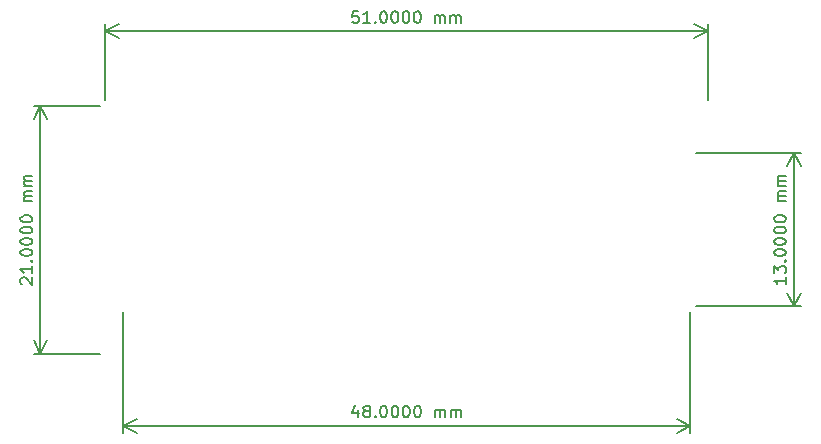
<source format=gbr>
%TF.GenerationSoftware,KiCad,Pcbnew,8.0.4*%
%TF.CreationDate,2024-08-30T02:08:09+05:30*%
%TF.ProjectId,Mitayi-Pico-RP2040,4d697461-7969-42d5-9069-636f2d525032,0.6*%
%TF.SameCoordinates,PX73df160PY5f2d3c0*%
%TF.FileFunction,OtherDrawing,Comment*%
%FSLAX46Y46*%
G04 Gerber Fmt 4.6, Leading zero omitted, Abs format (unit mm)*
G04 Created by KiCad (PCBNEW 8.0.4) date 2024-08-30 02:08:09*
%MOMM*%
%LPD*%
G01*
G04 APERTURE LIST*
%ADD10C,0.150000*%
G04 APERTURE END LIST*
D10*
X57604819Y6452382D02*
X57604819Y5880954D01*
X57604819Y6166668D02*
X56604819Y6166668D01*
X56604819Y6166668D02*
X56747676Y6071430D01*
X56747676Y6071430D02*
X56842914Y5976192D01*
X56842914Y5976192D02*
X56890533Y5880954D01*
X56604819Y6785716D02*
X56604819Y7404763D01*
X56604819Y7404763D02*
X56985771Y7071430D01*
X56985771Y7071430D02*
X56985771Y7214287D01*
X56985771Y7214287D02*
X57033390Y7309525D01*
X57033390Y7309525D02*
X57081009Y7357144D01*
X57081009Y7357144D02*
X57176247Y7404763D01*
X57176247Y7404763D02*
X57414342Y7404763D01*
X57414342Y7404763D02*
X57509580Y7357144D01*
X57509580Y7357144D02*
X57557200Y7309525D01*
X57557200Y7309525D02*
X57604819Y7214287D01*
X57604819Y7214287D02*
X57604819Y6928573D01*
X57604819Y6928573D02*
X57557200Y6833335D01*
X57557200Y6833335D02*
X57509580Y6785716D01*
X57509580Y7833335D02*
X57557200Y7880954D01*
X57557200Y7880954D02*
X57604819Y7833335D01*
X57604819Y7833335D02*
X57557200Y7785716D01*
X57557200Y7785716D02*
X57509580Y7833335D01*
X57509580Y7833335D02*
X57604819Y7833335D01*
X56604819Y8500001D02*
X56604819Y8595239D01*
X56604819Y8595239D02*
X56652438Y8690477D01*
X56652438Y8690477D02*
X56700057Y8738096D01*
X56700057Y8738096D02*
X56795295Y8785715D01*
X56795295Y8785715D02*
X56985771Y8833334D01*
X56985771Y8833334D02*
X57223866Y8833334D01*
X57223866Y8833334D02*
X57414342Y8785715D01*
X57414342Y8785715D02*
X57509580Y8738096D01*
X57509580Y8738096D02*
X57557200Y8690477D01*
X57557200Y8690477D02*
X57604819Y8595239D01*
X57604819Y8595239D02*
X57604819Y8500001D01*
X57604819Y8500001D02*
X57557200Y8404763D01*
X57557200Y8404763D02*
X57509580Y8357144D01*
X57509580Y8357144D02*
X57414342Y8309525D01*
X57414342Y8309525D02*
X57223866Y8261906D01*
X57223866Y8261906D02*
X56985771Y8261906D01*
X56985771Y8261906D02*
X56795295Y8309525D01*
X56795295Y8309525D02*
X56700057Y8357144D01*
X56700057Y8357144D02*
X56652438Y8404763D01*
X56652438Y8404763D02*
X56604819Y8500001D01*
X56604819Y9452382D02*
X56604819Y9547620D01*
X56604819Y9547620D02*
X56652438Y9642858D01*
X56652438Y9642858D02*
X56700057Y9690477D01*
X56700057Y9690477D02*
X56795295Y9738096D01*
X56795295Y9738096D02*
X56985771Y9785715D01*
X56985771Y9785715D02*
X57223866Y9785715D01*
X57223866Y9785715D02*
X57414342Y9738096D01*
X57414342Y9738096D02*
X57509580Y9690477D01*
X57509580Y9690477D02*
X57557200Y9642858D01*
X57557200Y9642858D02*
X57604819Y9547620D01*
X57604819Y9547620D02*
X57604819Y9452382D01*
X57604819Y9452382D02*
X57557200Y9357144D01*
X57557200Y9357144D02*
X57509580Y9309525D01*
X57509580Y9309525D02*
X57414342Y9261906D01*
X57414342Y9261906D02*
X57223866Y9214287D01*
X57223866Y9214287D02*
X56985771Y9214287D01*
X56985771Y9214287D02*
X56795295Y9261906D01*
X56795295Y9261906D02*
X56700057Y9309525D01*
X56700057Y9309525D02*
X56652438Y9357144D01*
X56652438Y9357144D02*
X56604819Y9452382D01*
X56604819Y10404763D02*
X56604819Y10500001D01*
X56604819Y10500001D02*
X56652438Y10595239D01*
X56652438Y10595239D02*
X56700057Y10642858D01*
X56700057Y10642858D02*
X56795295Y10690477D01*
X56795295Y10690477D02*
X56985771Y10738096D01*
X56985771Y10738096D02*
X57223866Y10738096D01*
X57223866Y10738096D02*
X57414342Y10690477D01*
X57414342Y10690477D02*
X57509580Y10642858D01*
X57509580Y10642858D02*
X57557200Y10595239D01*
X57557200Y10595239D02*
X57604819Y10500001D01*
X57604819Y10500001D02*
X57604819Y10404763D01*
X57604819Y10404763D02*
X57557200Y10309525D01*
X57557200Y10309525D02*
X57509580Y10261906D01*
X57509580Y10261906D02*
X57414342Y10214287D01*
X57414342Y10214287D02*
X57223866Y10166668D01*
X57223866Y10166668D02*
X56985771Y10166668D01*
X56985771Y10166668D02*
X56795295Y10214287D01*
X56795295Y10214287D02*
X56700057Y10261906D01*
X56700057Y10261906D02*
X56652438Y10309525D01*
X56652438Y10309525D02*
X56604819Y10404763D01*
X56604819Y11357144D02*
X56604819Y11452382D01*
X56604819Y11452382D02*
X56652438Y11547620D01*
X56652438Y11547620D02*
X56700057Y11595239D01*
X56700057Y11595239D02*
X56795295Y11642858D01*
X56795295Y11642858D02*
X56985771Y11690477D01*
X56985771Y11690477D02*
X57223866Y11690477D01*
X57223866Y11690477D02*
X57414342Y11642858D01*
X57414342Y11642858D02*
X57509580Y11595239D01*
X57509580Y11595239D02*
X57557200Y11547620D01*
X57557200Y11547620D02*
X57604819Y11452382D01*
X57604819Y11452382D02*
X57604819Y11357144D01*
X57604819Y11357144D02*
X57557200Y11261906D01*
X57557200Y11261906D02*
X57509580Y11214287D01*
X57509580Y11214287D02*
X57414342Y11166668D01*
X57414342Y11166668D02*
X57223866Y11119049D01*
X57223866Y11119049D02*
X56985771Y11119049D01*
X56985771Y11119049D02*
X56795295Y11166668D01*
X56795295Y11166668D02*
X56700057Y11214287D01*
X56700057Y11214287D02*
X56652438Y11261906D01*
X56652438Y11261906D02*
X56604819Y11357144D01*
X57604819Y12880954D02*
X56938152Y12880954D01*
X57033390Y12880954D02*
X56985771Y12928573D01*
X56985771Y12928573D02*
X56938152Y13023811D01*
X56938152Y13023811D02*
X56938152Y13166668D01*
X56938152Y13166668D02*
X56985771Y13261906D01*
X56985771Y13261906D02*
X57081009Y13309525D01*
X57081009Y13309525D02*
X57604819Y13309525D01*
X57081009Y13309525D02*
X56985771Y13357144D01*
X56985771Y13357144D02*
X56938152Y13452382D01*
X56938152Y13452382D02*
X56938152Y13595239D01*
X56938152Y13595239D02*
X56985771Y13690478D01*
X56985771Y13690478D02*
X57081009Y13738097D01*
X57081009Y13738097D02*
X57604819Y13738097D01*
X57604819Y14214287D02*
X56938152Y14214287D01*
X57033390Y14214287D02*
X56985771Y14261906D01*
X56985771Y14261906D02*
X56938152Y14357144D01*
X56938152Y14357144D02*
X56938152Y14500001D01*
X56938152Y14500001D02*
X56985771Y14595239D01*
X56985771Y14595239D02*
X57081009Y14642858D01*
X57081009Y14642858D02*
X57604819Y14642858D01*
X57081009Y14642858D02*
X56985771Y14690477D01*
X56985771Y14690477D02*
X56938152Y14785715D01*
X56938152Y14785715D02*
X56938152Y14928572D01*
X56938152Y14928572D02*
X56985771Y15023811D01*
X56985771Y15023811D02*
X57081009Y15071430D01*
X57081009Y15071430D02*
X57604819Y15071430D01*
X50010000Y4000000D02*
X58886420Y4000000D01*
X50010000Y17000000D02*
X58886420Y17000000D01*
X58300000Y4000000D02*
X58300000Y17000000D01*
X58300000Y4000000D02*
X58300000Y17000000D01*
X58300000Y4000000D02*
X57713579Y5126504D01*
X58300000Y4000000D02*
X58886421Y5126504D01*
X58300000Y17000000D02*
X58886421Y15873496D01*
X58300000Y17000000D02*
X57713579Y15873496D01*
X-7099943Y5880954D02*
X-7147562Y5928573D01*
X-7147562Y5928573D02*
X-7195181Y6023811D01*
X-7195181Y6023811D02*
X-7195181Y6261906D01*
X-7195181Y6261906D02*
X-7147562Y6357144D01*
X-7147562Y6357144D02*
X-7099943Y6404763D01*
X-7099943Y6404763D02*
X-7004705Y6452382D01*
X-7004705Y6452382D02*
X-6909467Y6452382D01*
X-6909467Y6452382D02*
X-6766610Y6404763D01*
X-6766610Y6404763D02*
X-6195181Y5833335D01*
X-6195181Y5833335D02*
X-6195181Y6452382D01*
X-6195181Y7404763D02*
X-6195181Y6833335D01*
X-6195181Y7119049D02*
X-7195181Y7119049D01*
X-7195181Y7119049D02*
X-7052324Y7023811D01*
X-7052324Y7023811D02*
X-6957086Y6928573D01*
X-6957086Y6928573D02*
X-6909467Y6833335D01*
X-6290420Y7833335D02*
X-6242800Y7880954D01*
X-6242800Y7880954D02*
X-6195181Y7833335D01*
X-6195181Y7833335D02*
X-6242800Y7785716D01*
X-6242800Y7785716D02*
X-6290420Y7833335D01*
X-6290420Y7833335D02*
X-6195181Y7833335D01*
X-7195181Y8500001D02*
X-7195181Y8595239D01*
X-7195181Y8595239D02*
X-7147562Y8690477D01*
X-7147562Y8690477D02*
X-7099943Y8738096D01*
X-7099943Y8738096D02*
X-7004705Y8785715D01*
X-7004705Y8785715D02*
X-6814229Y8833334D01*
X-6814229Y8833334D02*
X-6576134Y8833334D01*
X-6576134Y8833334D02*
X-6385658Y8785715D01*
X-6385658Y8785715D02*
X-6290420Y8738096D01*
X-6290420Y8738096D02*
X-6242800Y8690477D01*
X-6242800Y8690477D02*
X-6195181Y8595239D01*
X-6195181Y8595239D02*
X-6195181Y8500001D01*
X-6195181Y8500001D02*
X-6242800Y8404763D01*
X-6242800Y8404763D02*
X-6290420Y8357144D01*
X-6290420Y8357144D02*
X-6385658Y8309525D01*
X-6385658Y8309525D02*
X-6576134Y8261906D01*
X-6576134Y8261906D02*
X-6814229Y8261906D01*
X-6814229Y8261906D02*
X-7004705Y8309525D01*
X-7004705Y8309525D02*
X-7099943Y8357144D01*
X-7099943Y8357144D02*
X-7147562Y8404763D01*
X-7147562Y8404763D02*
X-7195181Y8500001D01*
X-7195181Y9452382D02*
X-7195181Y9547620D01*
X-7195181Y9547620D02*
X-7147562Y9642858D01*
X-7147562Y9642858D02*
X-7099943Y9690477D01*
X-7099943Y9690477D02*
X-7004705Y9738096D01*
X-7004705Y9738096D02*
X-6814229Y9785715D01*
X-6814229Y9785715D02*
X-6576134Y9785715D01*
X-6576134Y9785715D02*
X-6385658Y9738096D01*
X-6385658Y9738096D02*
X-6290420Y9690477D01*
X-6290420Y9690477D02*
X-6242800Y9642858D01*
X-6242800Y9642858D02*
X-6195181Y9547620D01*
X-6195181Y9547620D02*
X-6195181Y9452382D01*
X-6195181Y9452382D02*
X-6242800Y9357144D01*
X-6242800Y9357144D02*
X-6290420Y9309525D01*
X-6290420Y9309525D02*
X-6385658Y9261906D01*
X-6385658Y9261906D02*
X-6576134Y9214287D01*
X-6576134Y9214287D02*
X-6814229Y9214287D01*
X-6814229Y9214287D02*
X-7004705Y9261906D01*
X-7004705Y9261906D02*
X-7099943Y9309525D01*
X-7099943Y9309525D02*
X-7147562Y9357144D01*
X-7147562Y9357144D02*
X-7195181Y9452382D01*
X-7195181Y10404763D02*
X-7195181Y10500001D01*
X-7195181Y10500001D02*
X-7147562Y10595239D01*
X-7147562Y10595239D02*
X-7099943Y10642858D01*
X-7099943Y10642858D02*
X-7004705Y10690477D01*
X-7004705Y10690477D02*
X-6814229Y10738096D01*
X-6814229Y10738096D02*
X-6576134Y10738096D01*
X-6576134Y10738096D02*
X-6385658Y10690477D01*
X-6385658Y10690477D02*
X-6290420Y10642858D01*
X-6290420Y10642858D02*
X-6242800Y10595239D01*
X-6242800Y10595239D02*
X-6195181Y10500001D01*
X-6195181Y10500001D02*
X-6195181Y10404763D01*
X-6195181Y10404763D02*
X-6242800Y10309525D01*
X-6242800Y10309525D02*
X-6290420Y10261906D01*
X-6290420Y10261906D02*
X-6385658Y10214287D01*
X-6385658Y10214287D02*
X-6576134Y10166668D01*
X-6576134Y10166668D02*
X-6814229Y10166668D01*
X-6814229Y10166668D02*
X-7004705Y10214287D01*
X-7004705Y10214287D02*
X-7099943Y10261906D01*
X-7099943Y10261906D02*
X-7147562Y10309525D01*
X-7147562Y10309525D02*
X-7195181Y10404763D01*
X-7195181Y11357144D02*
X-7195181Y11452382D01*
X-7195181Y11452382D02*
X-7147562Y11547620D01*
X-7147562Y11547620D02*
X-7099943Y11595239D01*
X-7099943Y11595239D02*
X-7004705Y11642858D01*
X-7004705Y11642858D02*
X-6814229Y11690477D01*
X-6814229Y11690477D02*
X-6576134Y11690477D01*
X-6576134Y11690477D02*
X-6385658Y11642858D01*
X-6385658Y11642858D02*
X-6290420Y11595239D01*
X-6290420Y11595239D02*
X-6242800Y11547620D01*
X-6242800Y11547620D02*
X-6195181Y11452382D01*
X-6195181Y11452382D02*
X-6195181Y11357144D01*
X-6195181Y11357144D02*
X-6242800Y11261906D01*
X-6242800Y11261906D02*
X-6290420Y11214287D01*
X-6290420Y11214287D02*
X-6385658Y11166668D01*
X-6385658Y11166668D02*
X-6576134Y11119049D01*
X-6576134Y11119049D02*
X-6814229Y11119049D01*
X-6814229Y11119049D02*
X-7004705Y11166668D01*
X-7004705Y11166668D02*
X-7099943Y11214287D01*
X-7099943Y11214287D02*
X-7147562Y11261906D01*
X-7147562Y11261906D02*
X-7195181Y11357144D01*
X-6195181Y12880954D02*
X-6861848Y12880954D01*
X-6766610Y12880954D02*
X-6814229Y12928573D01*
X-6814229Y12928573D02*
X-6861848Y13023811D01*
X-6861848Y13023811D02*
X-6861848Y13166668D01*
X-6861848Y13166668D02*
X-6814229Y13261906D01*
X-6814229Y13261906D02*
X-6718991Y13309525D01*
X-6718991Y13309525D02*
X-6195181Y13309525D01*
X-6718991Y13309525D02*
X-6814229Y13357144D01*
X-6814229Y13357144D02*
X-6861848Y13452382D01*
X-6861848Y13452382D02*
X-6861848Y13595239D01*
X-6861848Y13595239D02*
X-6814229Y13690478D01*
X-6814229Y13690478D02*
X-6718991Y13738097D01*
X-6718991Y13738097D02*
X-6195181Y13738097D01*
X-6195181Y14214287D02*
X-6861848Y14214287D01*
X-6766610Y14214287D02*
X-6814229Y14261906D01*
X-6814229Y14261906D02*
X-6861848Y14357144D01*
X-6861848Y14357144D02*
X-6861848Y14500001D01*
X-6861848Y14500001D02*
X-6814229Y14595239D01*
X-6814229Y14595239D02*
X-6718991Y14642858D01*
X-6718991Y14642858D02*
X-6195181Y14642858D01*
X-6718991Y14642858D02*
X-6814229Y14690477D01*
X-6814229Y14690477D02*
X-6861848Y14785715D01*
X-6861848Y14785715D02*
X-6861848Y14928572D01*
X-6861848Y14928572D02*
X-6814229Y15023811D01*
X-6814229Y15023811D02*
X-6718991Y15071430D01*
X-6718991Y15071430D02*
X-6195181Y15071430D01*
X-500000Y0D02*
X-6086420Y0D01*
X-500000Y21000000D02*
X-6086420Y21000000D01*
X-5500000Y0D02*
X-5500000Y21000000D01*
X-5500000Y0D02*
X-5500000Y21000000D01*
X-5500000Y0D02*
X-6086421Y1126504D01*
X-5500000Y0D02*
X-4913579Y1126504D01*
X-5500000Y21000000D02*
X-4913579Y19873496D01*
X-5500000Y21000000D02*
X-6086421Y19873496D01*
X21404762Y28995181D02*
X20928572Y28995181D01*
X20928572Y28995181D02*
X20880953Y28518991D01*
X20880953Y28518991D02*
X20928572Y28566610D01*
X20928572Y28566610D02*
X21023810Y28614229D01*
X21023810Y28614229D02*
X21261905Y28614229D01*
X21261905Y28614229D02*
X21357143Y28566610D01*
X21357143Y28566610D02*
X21404762Y28518991D01*
X21404762Y28518991D02*
X21452381Y28423753D01*
X21452381Y28423753D02*
X21452381Y28185658D01*
X21452381Y28185658D02*
X21404762Y28090420D01*
X21404762Y28090420D02*
X21357143Y28042800D01*
X21357143Y28042800D02*
X21261905Y27995181D01*
X21261905Y27995181D02*
X21023810Y27995181D01*
X21023810Y27995181D02*
X20928572Y28042800D01*
X20928572Y28042800D02*
X20880953Y28090420D01*
X22404762Y27995181D02*
X21833334Y27995181D01*
X22119048Y27995181D02*
X22119048Y28995181D01*
X22119048Y28995181D02*
X22023810Y28852324D01*
X22023810Y28852324D02*
X21928572Y28757086D01*
X21928572Y28757086D02*
X21833334Y28709467D01*
X22833334Y28090420D02*
X22880953Y28042800D01*
X22880953Y28042800D02*
X22833334Y27995181D01*
X22833334Y27995181D02*
X22785715Y28042800D01*
X22785715Y28042800D02*
X22833334Y28090420D01*
X22833334Y28090420D02*
X22833334Y27995181D01*
X23500000Y28995181D02*
X23595238Y28995181D01*
X23595238Y28995181D02*
X23690476Y28947562D01*
X23690476Y28947562D02*
X23738095Y28899943D01*
X23738095Y28899943D02*
X23785714Y28804705D01*
X23785714Y28804705D02*
X23833333Y28614229D01*
X23833333Y28614229D02*
X23833333Y28376134D01*
X23833333Y28376134D02*
X23785714Y28185658D01*
X23785714Y28185658D02*
X23738095Y28090420D01*
X23738095Y28090420D02*
X23690476Y28042800D01*
X23690476Y28042800D02*
X23595238Y27995181D01*
X23595238Y27995181D02*
X23500000Y27995181D01*
X23500000Y27995181D02*
X23404762Y28042800D01*
X23404762Y28042800D02*
X23357143Y28090420D01*
X23357143Y28090420D02*
X23309524Y28185658D01*
X23309524Y28185658D02*
X23261905Y28376134D01*
X23261905Y28376134D02*
X23261905Y28614229D01*
X23261905Y28614229D02*
X23309524Y28804705D01*
X23309524Y28804705D02*
X23357143Y28899943D01*
X23357143Y28899943D02*
X23404762Y28947562D01*
X23404762Y28947562D02*
X23500000Y28995181D01*
X24452381Y28995181D02*
X24547619Y28995181D01*
X24547619Y28995181D02*
X24642857Y28947562D01*
X24642857Y28947562D02*
X24690476Y28899943D01*
X24690476Y28899943D02*
X24738095Y28804705D01*
X24738095Y28804705D02*
X24785714Y28614229D01*
X24785714Y28614229D02*
X24785714Y28376134D01*
X24785714Y28376134D02*
X24738095Y28185658D01*
X24738095Y28185658D02*
X24690476Y28090420D01*
X24690476Y28090420D02*
X24642857Y28042800D01*
X24642857Y28042800D02*
X24547619Y27995181D01*
X24547619Y27995181D02*
X24452381Y27995181D01*
X24452381Y27995181D02*
X24357143Y28042800D01*
X24357143Y28042800D02*
X24309524Y28090420D01*
X24309524Y28090420D02*
X24261905Y28185658D01*
X24261905Y28185658D02*
X24214286Y28376134D01*
X24214286Y28376134D02*
X24214286Y28614229D01*
X24214286Y28614229D02*
X24261905Y28804705D01*
X24261905Y28804705D02*
X24309524Y28899943D01*
X24309524Y28899943D02*
X24357143Y28947562D01*
X24357143Y28947562D02*
X24452381Y28995181D01*
X25404762Y28995181D02*
X25500000Y28995181D01*
X25500000Y28995181D02*
X25595238Y28947562D01*
X25595238Y28947562D02*
X25642857Y28899943D01*
X25642857Y28899943D02*
X25690476Y28804705D01*
X25690476Y28804705D02*
X25738095Y28614229D01*
X25738095Y28614229D02*
X25738095Y28376134D01*
X25738095Y28376134D02*
X25690476Y28185658D01*
X25690476Y28185658D02*
X25642857Y28090420D01*
X25642857Y28090420D02*
X25595238Y28042800D01*
X25595238Y28042800D02*
X25500000Y27995181D01*
X25500000Y27995181D02*
X25404762Y27995181D01*
X25404762Y27995181D02*
X25309524Y28042800D01*
X25309524Y28042800D02*
X25261905Y28090420D01*
X25261905Y28090420D02*
X25214286Y28185658D01*
X25214286Y28185658D02*
X25166667Y28376134D01*
X25166667Y28376134D02*
X25166667Y28614229D01*
X25166667Y28614229D02*
X25214286Y28804705D01*
X25214286Y28804705D02*
X25261905Y28899943D01*
X25261905Y28899943D02*
X25309524Y28947562D01*
X25309524Y28947562D02*
X25404762Y28995181D01*
X26357143Y28995181D02*
X26452381Y28995181D01*
X26452381Y28995181D02*
X26547619Y28947562D01*
X26547619Y28947562D02*
X26595238Y28899943D01*
X26595238Y28899943D02*
X26642857Y28804705D01*
X26642857Y28804705D02*
X26690476Y28614229D01*
X26690476Y28614229D02*
X26690476Y28376134D01*
X26690476Y28376134D02*
X26642857Y28185658D01*
X26642857Y28185658D02*
X26595238Y28090420D01*
X26595238Y28090420D02*
X26547619Y28042800D01*
X26547619Y28042800D02*
X26452381Y27995181D01*
X26452381Y27995181D02*
X26357143Y27995181D01*
X26357143Y27995181D02*
X26261905Y28042800D01*
X26261905Y28042800D02*
X26214286Y28090420D01*
X26214286Y28090420D02*
X26166667Y28185658D01*
X26166667Y28185658D02*
X26119048Y28376134D01*
X26119048Y28376134D02*
X26119048Y28614229D01*
X26119048Y28614229D02*
X26166667Y28804705D01*
X26166667Y28804705D02*
X26214286Y28899943D01*
X26214286Y28899943D02*
X26261905Y28947562D01*
X26261905Y28947562D02*
X26357143Y28995181D01*
X27880953Y27995181D02*
X27880953Y28661848D01*
X27880953Y28566610D02*
X27928572Y28614229D01*
X27928572Y28614229D02*
X28023810Y28661848D01*
X28023810Y28661848D02*
X28166667Y28661848D01*
X28166667Y28661848D02*
X28261905Y28614229D01*
X28261905Y28614229D02*
X28309524Y28518991D01*
X28309524Y28518991D02*
X28309524Y27995181D01*
X28309524Y28518991D02*
X28357143Y28614229D01*
X28357143Y28614229D02*
X28452381Y28661848D01*
X28452381Y28661848D02*
X28595238Y28661848D01*
X28595238Y28661848D02*
X28690477Y28614229D01*
X28690477Y28614229D02*
X28738096Y28518991D01*
X28738096Y28518991D02*
X28738096Y27995181D01*
X29214286Y27995181D02*
X29214286Y28661848D01*
X29214286Y28566610D02*
X29261905Y28614229D01*
X29261905Y28614229D02*
X29357143Y28661848D01*
X29357143Y28661848D02*
X29500000Y28661848D01*
X29500000Y28661848D02*
X29595238Y28614229D01*
X29595238Y28614229D02*
X29642857Y28518991D01*
X29642857Y28518991D02*
X29642857Y27995181D01*
X29642857Y28518991D02*
X29690476Y28614229D01*
X29690476Y28614229D02*
X29785714Y28661848D01*
X29785714Y28661848D02*
X29928571Y28661848D01*
X29928571Y28661848D02*
X30023810Y28614229D01*
X30023810Y28614229D02*
X30071429Y28518991D01*
X30071429Y28518991D02*
X30071429Y27995181D01*
X0Y21500000D02*
X0Y27886420D01*
X51000000Y21500000D02*
X51000000Y27886420D01*
X0Y27300000D02*
X51000000Y27300000D01*
X0Y27300000D02*
X51000000Y27300000D01*
X0Y27300000D02*
X1126504Y27886421D01*
X0Y27300000D02*
X1126504Y26713579D01*
X51000000Y27300000D02*
X49873496Y26713579D01*
X51000000Y27300000D02*
X49873496Y27886421D01*
X21367143Y-4738152D02*
X21367143Y-5404819D01*
X21129048Y-4357200D02*
X20890953Y-5071485D01*
X20890953Y-5071485D02*
X21510000Y-5071485D01*
X22033810Y-4833390D02*
X21938572Y-4785771D01*
X21938572Y-4785771D02*
X21890953Y-4738152D01*
X21890953Y-4738152D02*
X21843334Y-4642914D01*
X21843334Y-4642914D02*
X21843334Y-4595295D01*
X21843334Y-4595295D02*
X21890953Y-4500057D01*
X21890953Y-4500057D02*
X21938572Y-4452438D01*
X21938572Y-4452438D02*
X22033810Y-4404819D01*
X22033810Y-4404819D02*
X22224286Y-4404819D01*
X22224286Y-4404819D02*
X22319524Y-4452438D01*
X22319524Y-4452438D02*
X22367143Y-4500057D01*
X22367143Y-4500057D02*
X22414762Y-4595295D01*
X22414762Y-4595295D02*
X22414762Y-4642914D01*
X22414762Y-4642914D02*
X22367143Y-4738152D01*
X22367143Y-4738152D02*
X22319524Y-4785771D01*
X22319524Y-4785771D02*
X22224286Y-4833390D01*
X22224286Y-4833390D02*
X22033810Y-4833390D01*
X22033810Y-4833390D02*
X21938572Y-4881009D01*
X21938572Y-4881009D02*
X21890953Y-4928628D01*
X21890953Y-4928628D02*
X21843334Y-5023866D01*
X21843334Y-5023866D02*
X21843334Y-5214342D01*
X21843334Y-5214342D02*
X21890953Y-5309580D01*
X21890953Y-5309580D02*
X21938572Y-5357200D01*
X21938572Y-5357200D02*
X22033810Y-5404819D01*
X22033810Y-5404819D02*
X22224286Y-5404819D01*
X22224286Y-5404819D02*
X22319524Y-5357200D01*
X22319524Y-5357200D02*
X22367143Y-5309580D01*
X22367143Y-5309580D02*
X22414762Y-5214342D01*
X22414762Y-5214342D02*
X22414762Y-5023866D01*
X22414762Y-5023866D02*
X22367143Y-4928628D01*
X22367143Y-4928628D02*
X22319524Y-4881009D01*
X22319524Y-4881009D02*
X22224286Y-4833390D01*
X22843334Y-5309580D02*
X22890953Y-5357200D01*
X22890953Y-5357200D02*
X22843334Y-5404819D01*
X22843334Y-5404819D02*
X22795715Y-5357200D01*
X22795715Y-5357200D02*
X22843334Y-5309580D01*
X22843334Y-5309580D02*
X22843334Y-5404819D01*
X23510000Y-4404819D02*
X23605238Y-4404819D01*
X23605238Y-4404819D02*
X23700476Y-4452438D01*
X23700476Y-4452438D02*
X23748095Y-4500057D01*
X23748095Y-4500057D02*
X23795714Y-4595295D01*
X23795714Y-4595295D02*
X23843333Y-4785771D01*
X23843333Y-4785771D02*
X23843333Y-5023866D01*
X23843333Y-5023866D02*
X23795714Y-5214342D01*
X23795714Y-5214342D02*
X23748095Y-5309580D01*
X23748095Y-5309580D02*
X23700476Y-5357200D01*
X23700476Y-5357200D02*
X23605238Y-5404819D01*
X23605238Y-5404819D02*
X23510000Y-5404819D01*
X23510000Y-5404819D02*
X23414762Y-5357200D01*
X23414762Y-5357200D02*
X23367143Y-5309580D01*
X23367143Y-5309580D02*
X23319524Y-5214342D01*
X23319524Y-5214342D02*
X23271905Y-5023866D01*
X23271905Y-5023866D02*
X23271905Y-4785771D01*
X23271905Y-4785771D02*
X23319524Y-4595295D01*
X23319524Y-4595295D02*
X23367143Y-4500057D01*
X23367143Y-4500057D02*
X23414762Y-4452438D01*
X23414762Y-4452438D02*
X23510000Y-4404819D01*
X24462381Y-4404819D02*
X24557619Y-4404819D01*
X24557619Y-4404819D02*
X24652857Y-4452438D01*
X24652857Y-4452438D02*
X24700476Y-4500057D01*
X24700476Y-4500057D02*
X24748095Y-4595295D01*
X24748095Y-4595295D02*
X24795714Y-4785771D01*
X24795714Y-4785771D02*
X24795714Y-5023866D01*
X24795714Y-5023866D02*
X24748095Y-5214342D01*
X24748095Y-5214342D02*
X24700476Y-5309580D01*
X24700476Y-5309580D02*
X24652857Y-5357200D01*
X24652857Y-5357200D02*
X24557619Y-5404819D01*
X24557619Y-5404819D02*
X24462381Y-5404819D01*
X24462381Y-5404819D02*
X24367143Y-5357200D01*
X24367143Y-5357200D02*
X24319524Y-5309580D01*
X24319524Y-5309580D02*
X24271905Y-5214342D01*
X24271905Y-5214342D02*
X24224286Y-5023866D01*
X24224286Y-5023866D02*
X24224286Y-4785771D01*
X24224286Y-4785771D02*
X24271905Y-4595295D01*
X24271905Y-4595295D02*
X24319524Y-4500057D01*
X24319524Y-4500057D02*
X24367143Y-4452438D01*
X24367143Y-4452438D02*
X24462381Y-4404819D01*
X25414762Y-4404819D02*
X25510000Y-4404819D01*
X25510000Y-4404819D02*
X25605238Y-4452438D01*
X25605238Y-4452438D02*
X25652857Y-4500057D01*
X25652857Y-4500057D02*
X25700476Y-4595295D01*
X25700476Y-4595295D02*
X25748095Y-4785771D01*
X25748095Y-4785771D02*
X25748095Y-5023866D01*
X25748095Y-5023866D02*
X25700476Y-5214342D01*
X25700476Y-5214342D02*
X25652857Y-5309580D01*
X25652857Y-5309580D02*
X25605238Y-5357200D01*
X25605238Y-5357200D02*
X25510000Y-5404819D01*
X25510000Y-5404819D02*
X25414762Y-5404819D01*
X25414762Y-5404819D02*
X25319524Y-5357200D01*
X25319524Y-5357200D02*
X25271905Y-5309580D01*
X25271905Y-5309580D02*
X25224286Y-5214342D01*
X25224286Y-5214342D02*
X25176667Y-5023866D01*
X25176667Y-5023866D02*
X25176667Y-4785771D01*
X25176667Y-4785771D02*
X25224286Y-4595295D01*
X25224286Y-4595295D02*
X25271905Y-4500057D01*
X25271905Y-4500057D02*
X25319524Y-4452438D01*
X25319524Y-4452438D02*
X25414762Y-4404819D01*
X26367143Y-4404819D02*
X26462381Y-4404819D01*
X26462381Y-4404819D02*
X26557619Y-4452438D01*
X26557619Y-4452438D02*
X26605238Y-4500057D01*
X26605238Y-4500057D02*
X26652857Y-4595295D01*
X26652857Y-4595295D02*
X26700476Y-4785771D01*
X26700476Y-4785771D02*
X26700476Y-5023866D01*
X26700476Y-5023866D02*
X26652857Y-5214342D01*
X26652857Y-5214342D02*
X26605238Y-5309580D01*
X26605238Y-5309580D02*
X26557619Y-5357200D01*
X26557619Y-5357200D02*
X26462381Y-5404819D01*
X26462381Y-5404819D02*
X26367143Y-5404819D01*
X26367143Y-5404819D02*
X26271905Y-5357200D01*
X26271905Y-5357200D02*
X26224286Y-5309580D01*
X26224286Y-5309580D02*
X26176667Y-5214342D01*
X26176667Y-5214342D02*
X26129048Y-5023866D01*
X26129048Y-5023866D02*
X26129048Y-4785771D01*
X26129048Y-4785771D02*
X26176667Y-4595295D01*
X26176667Y-4595295D02*
X26224286Y-4500057D01*
X26224286Y-4500057D02*
X26271905Y-4452438D01*
X26271905Y-4452438D02*
X26367143Y-4404819D01*
X27890953Y-5404819D02*
X27890953Y-4738152D01*
X27890953Y-4833390D02*
X27938572Y-4785771D01*
X27938572Y-4785771D02*
X28033810Y-4738152D01*
X28033810Y-4738152D02*
X28176667Y-4738152D01*
X28176667Y-4738152D02*
X28271905Y-4785771D01*
X28271905Y-4785771D02*
X28319524Y-4881009D01*
X28319524Y-4881009D02*
X28319524Y-5404819D01*
X28319524Y-4881009D02*
X28367143Y-4785771D01*
X28367143Y-4785771D02*
X28462381Y-4738152D01*
X28462381Y-4738152D02*
X28605238Y-4738152D01*
X28605238Y-4738152D02*
X28700477Y-4785771D01*
X28700477Y-4785771D02*
X28748096Y-4881009D01*
X28748096Y-4881009D02*
X28748096Y-5404819D01*
X29224286Y-5404819D02*
X29224286Y-4738152D01*
X29224286Y-4833390D02*
X29271905Y-4785771D01*
X29271905Y-4785771D02*
X29367143Y-4738152D01*
X29367143Y-4738152D02*
X29510000Y-4738152D01*
X29510000Y-4738152D02*
X29605238Y-4785771D01*
X29605238Y-4785771D02*
X29652857Y-4881009D01*
X29652857Y-4881009D02*
X29652857Y-5404819D01*
X29652857Y-4881009D02*
X29700476Y-4785771D01*
X29700476Y-4785771D02*
X29795714Y-4738152D01*
X29795714Y-4738152D02*
X29938571Y-4738152D01*
X29938571Y-4738152D02*
X30033810Y-4785771D01*
X30033810Y-4785771D02*
X30081429Y-4881009D01*
X30081429Y-4881009D02*
X30081429Y-5404819D01*
X1510000Y3500000D02*
X1510000Y-6686420D01*
X49510000Y3500000D02*
X49510000Y-6686420D01*
X1510000Y-6100000D02*
X49510000Y-6100000D01*
X1510000Y-6100000D02*
X49510000Y-6100000D01*
X1510000Y-6100000D02*
X2636504Y-5513579D01*
X1510000Y-6100000D02*
X2636504Y-6686421D01*
X49510000Y-6100000D02*
X48383496Y-6686421D01*
X49510000Y-6100000D02*
X48383496Y-5513579D01*
M02*

</source>
